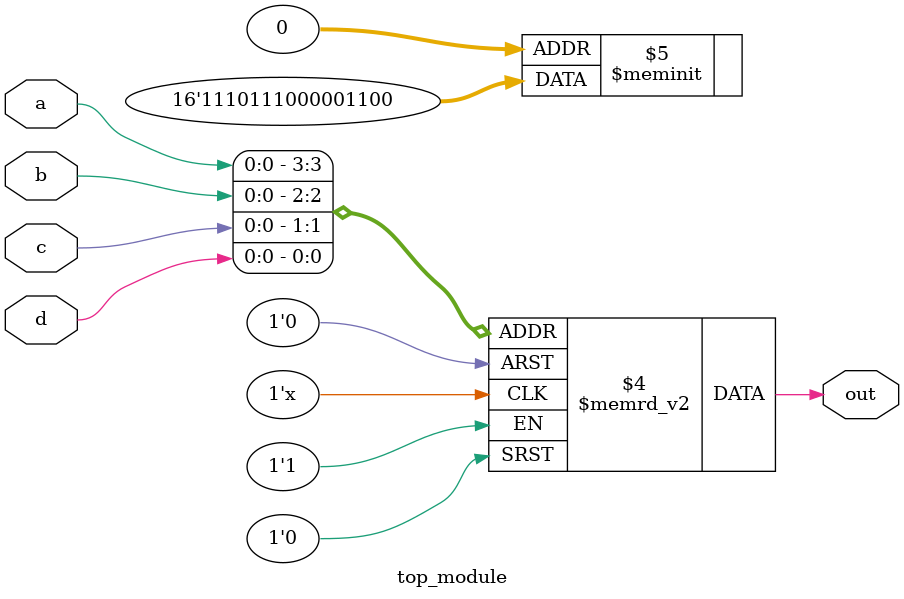
<source format=sv>
module top_module (
    input a,
    input b,
    input c,
    input d,
    output reg out
);

always @(*) begin
    case ({a, b, c, d})
        4'b0000: out = 1'b0; // ab=00, cd=00
        4'b0001: out = 1'b0; // ab=01, cd=00
        4'b0010: out = 1'b1; // ab=10, cd=00
        4'b0011: out = 1'b1; // ab=11, cd=00
        4'b0100: out = 1'b0; // ab=00, cd=01
        4'b0101: out = 1'b0; // ab=01, cd=01
        4'b0110: out = 1'b0; // ab=10, cd=01
        4'b0111: out = 1'b0; // ab=11, cd=01
        4'b1000: out = 1'b0; // ab=00, cd=10
        4'b1001: out = 1'b1; // ab=01, cd=10
        4'b1010: out = 1'b1; // ab=10, cd=10
        4'b1011: out = 1'b1; // ab=11, cd=10
        4'b1100: out = 1'b0; // ab=00, cd=11
        4'b1101: out = 1'b1; // ab=01, cd=11
        4'b1110: out = 1'b1; // ab=10, cd=11
        4'b1111: out = 1'b1; // ab=11, cd=11
        default: out = 1'b0; // Default to 0 for safety
    endcase
end

endmodule

</source>
